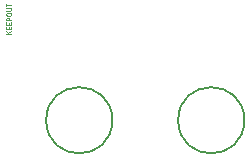
<source format=gbr>
%TF.GenerationSoftware,KiCad,Pcbnew,8.0.2*%
%TF.CreationDate,2024-06-14T14:56:41-07:00*%
%TF.ProjectId,USB_SPDTK,5553425f-5350-4445-944b-2e6b69636164,rev?*%
%TF.SameCoordinates,Original*%
%TF.FileFunction,Other,Comment*%
%FSLAX46Y46*%
G04 Gerber Fmt 4.6, Leading zero omitted, Abs format (unit mm)*
G04 Created by KiCad (PCBNEW 8.0.2) date 2024-06-14 14:56:41*
%MOMM*%
%LPD*%
G01*
G04 APERTURE LIST*
%ADD10C,0.070000*%
%ADD11C,0.150000*%
G04 APERTURE END LIST*
D10*
X113246407Y-103168095D02*
X112846407Y-103168095D01*
X113246407Y-102939524D02*
X113017836Y-103110953D01*
X112846407Y-102939524D02*
X113074979Y-103168095D01*
X113036883Y-102768095D02*
X113036883Y-102634762D01*
X113246407Y-102577619D02*
X113246407Y-102768095D01*
X113246407Y-102768095D02*
X112846407Y-102768095D01*
X112846407Y-102768095D02*
X112846407Y-102577619D01*
X113036883Y-102406190D02*
X113036883Y-102272857D01*
X113246407Y-102215714D02*
X113246407Y-102406190D01*
X113246407Y-102406190D02*
X112846407Y-102406190D01*
X112846407Y-102406190D02*
X112846407Y-102215714D01*
X113246407Y-102044285D02*
X112846407Y-102044285D01*
X112846407Y-102044285D02*
X112846407Y-101891904D01*
X112846407Y-101891904D02*
X112865455Y-101853809D01*
X112865455Y-101853809D02*
X112884502Y-101834762D01*
X112884502Y-101834762D02*
X112922598Y-101815714D01*
X112922598Y-101815714D02*
X112979740Y-101815714D01*
X112979740Y-101815714D02*
X113017836Y-101834762D01*
X113017836Y-101834762D02*
X113036883Y-101853809D01*
X113036883Y-101853809D02*
X113055931Y-101891904D01*
X113055931Y-101891904D02*
X113055931Y-102044285D01*
X112846407Y-101568095D02*
X112846407Y-101491904D01*
X112846407Y-101491904D02*
X112865455Y-101453809D01*
X112865455Y-101453809D02*
X112903550Y-101415714D01*
X112903550Y-101415714D02*
X112979740Y-101396666D01*
X112979740Y-101396666D02*
X113113074Y-101396666D01*
X113113074Y-101396666D02*
X113189264Y-101415714D01*
X113189264Y-101415714D02*
X113227360Y-101453809D01*
X113227360Y-101453809D02*
X113246407Y-101491904D01*
X113246407Y-101491904D02*
X113246407Y-101568095D01*
X113246407Y-101568095D02*
X113227360Y-101606190D01*
X113227360Y-101606190D02*
X113189264Y-101644285D01*
X113189264Y-101644285D02*
X113113074Y-101663333D01*
X113113074Y-101663333D02*
X112979740Y-101663333D01*
X112979740Y-101663333D02*
X112903550Y-101644285D01*
X112903550Y-101644285D02*
X112865455Y-101606190D01*
X112865455Y-101606190D02*
X112846407Y-101568095D01*
X112846407Y-101225237D02*
X113170217Y-101225237D01*
X113170217Y-101225237D02*
X113208312Y-101206190D01*
X113208312Y-101206190D02*
X113227360Y-101187142D01*
X113227360Y-101187142D02*
X113246407Y-101149047D01*
X113246407Y-101149047D02*
X113246407Y-101072856D01*
X113246407Y-101072856D02*
X113227360Y-101034761D01*
X113227360Y-101034761D02*
X113208312Y-101015714D01*
X113208312Y-101015714D02*
X113170217Y-100996666D01*
X113170217Y-100996666D02*
X112846407Y-100996666D01*
X112846407Y-100863332D02*
X112846407Y-100634761D01*
X113246407Y-100749047D02*
X112846407Y-100749047D01*
D11*
%TO.C,H1*%
X121812000Y-110500000D02*
G75*
G02*
X116212000Y-110500000I-2800000J0D01*
G01*
X116212000Y-110500000D02*
G75*
G02*
X121812000Y-110500000I2800000J0D01*
G01*
%TO.C,H2*%
X132988000Y-110500000D02*
G75*
G02*
X127388000Y-110500000I-2800000J0D01*
G01*
X127388000Y-110500000D02*
G75*
G02*
X132988000Y-110500000I2800000J0D01*
G01*
%TD*%
M02*

</source>
